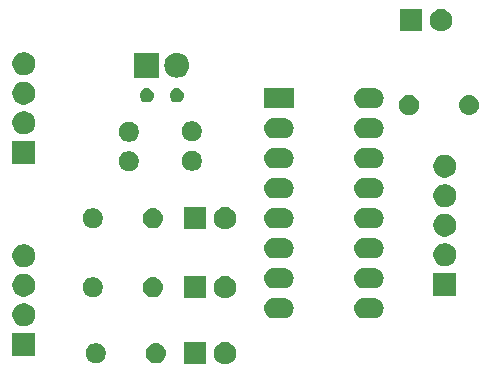
<source format=gbr>
G04 #@! TF.GenerationSoftware,KiCad,Pcbnew,5.0.1*
G04 #@! TF.CreationDate,2019-03-20T13:16:31+05:30*
G04 #@! TF.ProjectId,motor,6D6F746F722E6B696361645F70636200,rev?*
G04 #@! TF.SameCoordinates,Original*
G04 #@! TF.FileFunction,Soldermask,Bot*
G04 #@! TF.FilePolarity,Negative*
%FSLAX46Y46*%
G04 Gerber Fmt 4.6, Leading zero omitted, Abs format (unit mm)*
G04 Created by KiCad (PCBNEW 5.0.1) date Wed 20 Mar 2019 01:16:31 PM IST*
%MOMM*%
%LPD*%
G01*
G04 APERTURE LIST*
%ADD10C,0.100000*%
G04 APERTURE END LIST*
D10*
G36*
X105179396Y-111607546D02*
X105352466Y-111679234D01*
X105508230Y-111783312D01*
X105640688Y-111915770D01*
X105744766Y-112071534D01*
X105816454Y-112244604D01*
X105853000Y-112428333D01*
X105853000Y-112615667D01*
X105816454Y-112799396D01*
X105744766Y-112972466D01*
X105640688Y-113128230D01*
X105508230Y-113260688D01*
X105352466Y-113364766D01*
X105179396Y-113436454D01*
X104995667Y-113473000D01*
X104808333Y-113473000D01*
X104624604Y-113436454D01*
X104451534Y-113364766D01*
X104295770Y-113260688D01*
X104163312Y-113128230D01*
X104059234Y-112972466D01*
X103987546Y-112799396D01*
X103951000Y-112615667D01*
X103951000Y-112428333D01*
X103987546Y-112244604D01*
X104059234Y-112071534D01*
X104163312Y-111915770D01*
X104295770Y-111783312D01*
X104451534Y-111679234D01*
X104624604Y-111607546D01*
X104808333Y-111571000D01*
X104995667Y-111571000D01*
X105179396Y-111607546D01*
X105179396Y-111607546D01*
G37*
G36*
X103313000Y-113473000D02*
X101411000Y-113473000D01*
X101411000Y-111571000D01*
X103313000Y-111571000D01*
X103313000Y-113473000D01*
X103313000Y-113473000D01*
G37*
G36*
X99226821Y-111683313D02*
X99226824Y-111683314D01*
X99226825Y-111683314D01*
X99387239Y-111731975D01*
X99387241Y-111731976D01*
X99387244Y-111731977D01*
X99535078Y-111810995D01*
X99664659Y-111917341D01*
X99771005Y-112046922D01*
X99850023Y-112194756D01*
X99850024Y-112194759D01*
X99850025Y-112194761D01*
X99898686Y-112355175D01*
X99898687Y-112355179D01*
X99915117Y-112522000D01*
X99898687Y-112688821D01*
X99898686Y-112688824D01*
X99898686Y-112688825D01*
X99865145Y-112799396D01*
X99850023Y-112849244D01*
X99771005Y-112997078D01*
X99664659Y-113126659D01*
X99535078Y-113233005D01*
X99387244Y-113312023D01*
X99387241Y-113312024D01*
X99387239Y-113312025D01*
X99226825Y-113360686D01*
X99226824Y-113360686D01*
X99226821Y-113360687D01*
X99101804Y-113373000D01*
X99018196Y-113373000D01*
X98893179Y-113360687D01*
X98893176Y-113360686D01*
X98893175Y-113360686D01*
X98732761Y-113312025D01*
X98732759Y-113312024D01*
X98732756Y-113312023D01*
X98584922Y-113233005D01*
X98455341Y-113126659D01*
X98348995Y-112997078D01*
X98269977Y-112849244D01*
X98254856Y-112799396D01*
X98221314Y-112688825D01*
X98221314Y-112688824D01*
X98221313Y-112688821D01*
X98204883Y-112522000D01*
X98221313Y-112355179D01*
X98221314Y-112355175D01*
X98269975Y-112194761D01*
X98269976Y-112194759D01*
X98269977Y-112194756D01*
X98348995Y-112046922D01*
X98455341Y-111917341D01*
X98584922Y-111810995D01*
X98732756Y-111731977D01*
X98732759Y-111731976D01*
X98732761Y-111731975D01*
X98893175Y-111683314D01*
X98893176Y-111683314D01*
X98893179Y-111683313D01*
X99018196Y-111671000D01*
X99101804Y-111671000D01*
X99226821Y-111683313D01*
X99226821Y-111683313D01*
G37*
G36*
X94228228Y-111703703D02*
X94383100Y-111767853D01*
X94522481Y-111860985D01*
X94641015Y-111979519D01*
X94734147Y-112118900D01*
X94798297Y-112273772D01*
X94831000Y-112438184D01*
X94831000Y-112605816D01*
X94798297Y-112770228D01*
X94734147Y-112925100D01*
X94641015Y-113064481D01*
X94522481Y-113183015D01*
X94383100Y-113276147D01*
X94228228Y-113340297D01*
X94063816Y-113373000D01*
X93896184Y-113373000D01*
X93731772Y-113340297D01*
X93576900Y-113276147D01*
X93437519Y-113183015D01*
X93318985Y-113064481D01*
X93225853Y-112925100D01*
X93161703Y-112770228D01*
X93129000Y-112605816D01*
X93129000Y-112438184D01*
X93161703Y-112273772D01*
X93225853Y-112118900D01*
X93318985Y-111979519D01*
X93437519Y-111860985D01*
X93576900Y-111767853D01*
X93731772Y-111703703D01*
X93896184Y-111671000D01*
X94063816Y-111671000D01*
X94228228Y-111703703D01*
X94228228Y-111703703D01*
G37*
G36*
X88860000Y-112736000D02*
X86908000Y-112736000D01*
X86908000Y-110784000D01*
X88860000Y-110784000D01*
X88860000Y-112736000D01*
X88860000Y-112736000D01*
G37*
G36*
X88168686Y-108321507D02*
X88168688Y-108321508D01*
X88168689Y-108321508D01*
X88346309Y-108395080D01*
X88346310Y-108395081D01*
X88506166Y-108501894D01*
X88642106Y-108637834D01*
X88642108Y-108637837D01*
X88748920Y-108797691D01*
X88822492Y-108975311D01*
X88822493Y-108975314D01*
X88860000Y-109163871D01*
X88860000Y-109356128D01*
X88822492Y-109544689D01*
X88748920Y-109722309D01*
X88748919Y-109722310D01*
X88642106Y-109882166D01*
X88506166Y-110018106D01*
X88506163Y-110018108D01*
X88346309Y-110124920D01*
X88168689Y-110198492D01*
X88168688Y-110198492D01*
X88168686Y-110198493D01*
X87980129Y-110236000D01*
X87787871Y-110236000D01*
X87599314Y-110198493D01*
X87599312Y-110198492D01*
X87599311Y-110198492D01*
X87421691Y-110124920D01*
X87261837Y-110018108D01*
X87261834Y-110018106D01*
X87125894Y-109882166D01*
X87019081Y-109722310D01*
X87019080Y-109722309D01*
X86945508Y-109544689D01*
X86908000Y-109356128D01*
X86908000Y-109163871D01*
X86945507Y-108975314D01*
X86945508Y-108975311D01*
X87019080Y-108797691D01*
X87125892Y-108637837D01*
X87125894Y-108637834D01*
X87261834Y-108501894D01*
X87421690Y-108395081D01*
X87421691Y-108395080D01*
X87599311Y-108321508D01*
X87599312Y-108321508D01*
X87599314Y-108321507D01*
X87787871Y-108284000D01*
X87980129Y-108284000D01*
X88168686Y-108321507D01*
X88168686Y-108321507D01*
G37*
G36*
X110040821Y-107873313D02*
X110040824Y-107873314D01*
X110040825Y-107873314D01*
X110201239Y-107921975D01*
X110201241Y-107921976D01*
X110201244Y-107921977D01*
X110349078Y-108000995D01*
X110478659Y-108107341D01*
X110585005Y-108236922D01*
X110664023Y-108384756D01*
X110664024Y-108384759D01*
X110664025Y-108384761D01*
X110699556Y-108501892D01*
X110712687Y-108545179D01*
X110729117Y-108712000D01*
X110712687Y-108878821D01*
X110664023Y-109039244D01*
X110585005Y-109187078D01*
X110478659Y-109316659D01*
X110349078Y-109423005D01*
X110201244Y-109502023D01*
X110201241Y-109502024D01*
X110201239Y-109502025D01*
X110040825Y-109550686D01*
X110040824Y-109550686D01*
X110040821Y-109550687D01*
X109915804Y-109563000D01*
X109032196Y-109563000D01*
X108907179Y-109550687D01*
X108907176Y-109550686D01*
X108907175Y-109550686D01*
X108746761Y-109502025D01*
X108746759Y-109502024D01*
X108746756Y-109502023D01*
X108598922Y-109423005D01*
X108469341Y-109316659D01*
X108362995Y-109187078D01*
X108283977Y-109039244D01*
X108235313Y-108878821D01*
X108218883Y-108712000D01*
X108235313Y-108545179D01*
X108248444Y-108501892D01*
X108283975Y-108384761D01*
X108283976Y-108384759D01*
X108283977Y-108384756D01*
X108362995Y-108236922D01*
X108469341Y-108107341D01*
X108598922Y-108000995D01*
X108746756Y-107921977D01*
X108746759Y-107921976D01*
X108746761Y-107921975D01*
X108907175Y-107873314D01*
X108907176Y-107873314D01*
X108907179Y-107873313D01*
X109032196Y-107861000D01*
X109915804Y-107861000D01*
X110040821Y-107873313D01*
X110040821Y-107873313D01*
G37*
G36*
X117660821Y-107873313D02*
X117660824Y-107873314D01*
X117660825Y-107873314D01*
X117821239Y-107921975D01*
X117821241Y-107921976D01*
X117821244Y-107921977D01*
X117969078Y-108000995D01*
X118098659Y-108107341D01*
X118205005Y-108236922D01*
X118284023Y-108384756D01*
X118284024Y-108384759D01*
X118284025Y-108384761D01*
X118319556Y-108501892D01*
X118332687Y-108545179D01*
X118349117Y-108712000D01*
X118332687Y-108878821D01*
X118284023Y-109039244D01*
X118205005Y-109187078D01*
X118098659Y-109316659D01*
X117969078Y-109423005D01*
X117821244Y-109502023D01*
X117821241Y-109502024D01*
X117821239Y-109502025D01*
X117660825Y-109550686D01*
X117660824Y-109550686D01*
X117660821Y-109550687D01*
X117535804Y-109563000D01*
X116652196Y-109563000D01*
X116527179Y-109550687D01*
X116527176Y-109550686D01*
X116527175Y-109550686D01*
X116366761Y-109502025D01*
X116366759Y-109502024D01*
X116366756Y-109502023D01*
X116218922Y-109423005D01*
X116089341Y-109316659D01*
X115982995Y-109187078D01*
X115903977Y-109039244D01*
X115855313Y-108878821D01*
X115838883Y-108712000D01*
X115855313Y-108545179D01*
X115868444Y-108501892D01*
X115903975Y-108384761D01*
X115903976Y-108384759D01*
X115903977Y-108384756D01*
X115982995Y-108236922D01*
X116089341Y-108107341D01*
X116218922Y-108000995D01*
X116366756Y-107921977D01*
X116366759Y-107921976D01*
X116366761Y-107921975D01*
X116527175Y-107873314D01*
X116527176Y-107873314D01*
X116527179Y-107873313D01*
X116652196Y-107861000D01*
X117535804Y-107861000D01*
X117660821Y-107873313D01*
X117660821Y-107873313D01*
G37*
G36*
X105179396Y-106019546D02*
X105352466Y-106091234D01*
X105508230Y-106195312D01*
X105640688Y-106327770D01*
X105744766Y-106483534D01*
X105816454Y-106656604D01*
X105853000Y-106840333D01*
X105853000Y-107027667D01*
X105816454Y-107211396D01*
X105744766Y-107384466D01*
X105640688Y-107540230D01*
X105508230Y-107672688D01*
X105352466Y-107776766D01*
X105179396Y-107848454D01*
X104995667Y-107885000D01*
X104808333Y-107885000D01*
X104624604Y-107848454D01*
X104451534Y-107776766D01*
X104295770Y-107672688D01*
X104163312Y-107540230D01*
X104059234Y-107384466D01*
X103987546Y-107211396D01*
X103951000Y-107027667D01*
X103951000Y-106840333D01*
X103987546Y-106656604D01*
X104059234Y-106483534D01*
X104163312Y-106327770D01*
X104295770Y-106195312D01*
X104451534Y-106091234D01*
X104624604Y-106019546D01*
X104808333Y-105983000D01*
X104995667Y-105983000D01*
X105179396Y-106019546D01*
X105179396Y-106019546D01*
G37*
G36*
X103313000Y-107885000D02*
X101411000Y-107885000D01*
X101411000Y-105983000D01*
X103313000Y-105983000D01*
X103313000Y-107885000D01*
X103313000Y-107885000D01*
G37*
G36*
X93974228Y-106115703D02*
X94129100Y-106179853D01*
X94268481Y-106272985D01*
X94387015Y-106391519D01*
X94480147Y-106530900D01*
X94544297Y-106685772D01*
X94577000Y-106850184D01*
X94577000Y-107017816D01*
X94544297Y-107182228D01*
X94480147Y-107337100D01*
X94387015Y-107476481D01*
X94268481Y-107595015D01*
X94129100Y-107688147D01*
X93974228Y-107752297D01*
X93809816Y-107785000D01*
X93642184Y-107785000D01*
X93477772Y-107752297D01*
X93322900Y-107688147D01*
X93183519Y-107595015D01*
X93064985Y-107476481D01*
X92971853Y-107337100D01*
X92907703Y-107182228D01*
X92875000Y-107017816D01*
X92875000Y-106850184D01*
X92907703Y-106685772D01*
X92971853Y-106530900D01*
X93064985Y-106391519D01*
X93183519Y-106272985D01*
X93322900Y-106179853D01*
X93477772Y-106115703D01*
X93642184Y-106083000D01*
X93809816Y-106083000D01*
X93974228Y-106115703D01*
X93974228Y-106115703D01*
G37*
G36*
X98972821Y-106095313D02*
X98972824Y-106095314D01*
X98972825Y-106095314D01*
X99133239Y-106143975D01*
X99133241Y-106143976D01*
X99133244Y-106143977D01*
X99281078Y-106222995D01*
X99410659Y-106329341D01*
X99517005Y-106458922D01*
X99596023Y-106606756D01*
X99596024Y-106606759D01*
X99596025Y-106606761D01*
X99644686Y-106767175D01*
X99644687Y-106767179D01*
X99661117Y-106934000D01*
X99644687Y-107100821D01*
X99644686Y-107100824D01*
X99644686Y-107100825D01*
X99611145Y-107211396D01*
X99596023Y-107261244D01*
X99517005Y-107409078D01*
X99410659Y-107538659D01*
X99281078Y-107645005D01*
X99133244Y-107724023D01*
X99133241Y-107724024D01*
X99133239Y-107724025D01*
X98972825Y-107772686D01*
X98972824Y-107772686D01*
X98972821Y-107772687D01*
X98847804Y-107785000D01*
X98764196Y-107785000D01*
X98639179Y-107772687D01*
X98639176Y-107772686D01*
X98639175Y-107772686D01*
X98478761Y-107724025D01*
X98478759Y-107724024D01*
X98478756Y-107724023D01*
X98330922Y-107645005D01*
X98201341Y-107538659D01*
X98094995Y-107409078D01*
X98015977Y-107261244D01*
X98000856Y-107211396D01*
X97967314Y-107100825D01*
X97967314Y-107100824D01*
X97967313Y-107100821D01*
X97950883Y-106934000D01*
X97967313Y-106767179D01*
X97967314Y-106767175D01*
X98015975Y-106606761D01*
X98015976Y-106606759D01*
X98015977Y-106606756D01*
X98094995Y-106458922D01*
X98201341Y-106329341D01*
X98330922Y-106222995D01*
X98478756Y-106143977D01*
X98478759Y-106143976D01*
X98478761Y-106143975D01*
X98639175Y-106095314D01*
X98639176Y-106095314D01*
X98639179Y-106095313D01*
X98764196Y-106083000D01*
X98847804Y-106083000D01*
X98972821Y-106095313D01*
X98972821Y-106095313D01*
G37*
G36*
X88168686Y-105821507D02*
X88168688Y-105821508D01*
X88168689Y-105821508D01*
X88346309Y-105895080D01*
X88346310Y-105895081D01*
X88506166Y-106001894D01*
X88642106Y-106137834D01*
X88642108Y-106137837D01*
X88748920Y-106297691D01*
X88822492Y-106475311D01*
X88822493Y-106475314D01*
X88860000Y-106663871D01*
X88860000Y-106856129D01*
X88825879Y-107027665D01*
X88822492Y-107044689D01*
X88748920Y-107222309D01*
X88722904Y-107261244D01*
X88642106Y-107382166D01*
X88506166Y-107518106D01*
X88506163Y-107518108D01*
X88346309Y-107624920D01*
X88168689Y-107698492D01*
X88168688Y-107698492D01*
X88168686Y-107698493D01*
X87980129Y-107736000D01*
X87787871Y-107736000D01*
X87599314Y-107698493D01*
X87599312Y-107698492D01*
X87599311Y-107698492D01*
X87421691Y-107624920D01*
X87261837Y-107518108D01*
X87261834Y-107518106D01*
X87125894Y-107382166D01*
X87045096Y-107261244D01*
X87019080Y-107222309D01*
X86945508Y-107044689D01*
X86942122Y-107027665D01*
X86908000Y-106856129D01*
X86908000Y-106663871D01*
X86945507Y-106475314D01*
X86945508Y-106475311D01*
X87019080Y-106297691D01*
X87125892Y-106137837D01*
X87125894Y-106137834D01*
X87261834Y-106001894D01*
X87421690Y-105895081D01*
X87421691Y-105895080D01*
X87599311Y-105821508D01*
X87599312Y-105821508D01*
X87599314Y-105821507D01*
X87787871Y-105784000D01*
X87980129Y-105784000D01*
X88168686Y-105821507D01*
X88168686Y-105821507D01*
G37*
G36*
X124501000Y-107651000D02*
X122549000Y-107651000D01*
X122549000Y-105699000D01*
X124501000Y-105699000D01*
X124501000Y-107651000D01*
X124501000Y-107651000D01*
G37*
G36*
X110040821Y-105333313D02*
X110040824Y-105333314D01*
X110040825Y-105333314D01*
X110201239Y-105381975D01*
X110201241Y-105381976D01*
X110201244Y-105381977D01*
X110349078Y-105460995D01*
X110478659Y-105567341D01*
X110585005Y-105696922D01*
X110664023Y-105844756D01*
X110712687Y-106005179D01*
X110729117Y-106172000D01*
X110712687Y-106338821D01*
X110712686Y-106338824D01*
X110712686Y-106338825D01*
X110671283Y-106475314D01*
X110664023Y-106499244D01*
X110585005Y-106647078D01*
X110478659Y-106776659D01*
X110349078Y-106883005D01*
X110201244Y-106962023D01*
X110201241Y-106962024D01*
X110201239Y-106962025D01*
X110040825Y-107010686D01*
X110040824Y-107010686D01*
X110040821Y-107010687D01*
X109915804Y-107023000D01*
X109032196Y-107023000D01*
X108907179Y-107010687D01*
X108907176Y-107010686D01*
X108907175Y-107010686D01*
X108746761Y-106962025D01*
X108746759Y-106962024D01*
X108746756Y-106962023D01*
X108598922Y-106883005D01*
X108469341Y-106776659D01*
X108362995Y-106647078D01*
X108283977Y-106499244D01*
X108276718Y-106475314D01*
X108235314Y-106338825D01*
X108235314Y-106338824D01*
X108235313Y-106338821D01*
X108218883Y-106172000D01*
X108235313Y-106005179D01*
X108283977Y-105844756D01*
X108362995Y-105696922D01*
X108469341Y-105567341D01*
X108598922Y-105460995D01*
X108746756Y-105381977D01*
X108746759Y-105381976D01*
X108746761Y-105381975D01*
X108907175Y-105333314D01*
X108907176Y-105333314D01*
X108907179Y-105333313D01*
X109032196Y-105321000D01*
X109915804Y-105321000D01*
X110040821Y-105333313D01*
X110040821Y-105333313D01*
G37*
G36*
X117660821Y-105333313D02*
X117660824Y-105333314D01*
X117660825Y-105333314D01*
X117821239Y-105381975D01*
X117821241Y-105381976D01*
X117821244Y-105381977D01*
X117969078Y-105460995D01*
X118098659Y-105567341D01*
X118205005Y-105696922D01*
X118284023Y-105844756D01*
X118332687Y-106005179D01*
X118349117Y-106172000D01*
X118332687Y-106338821D01*
X118332686Y-106338824D01*
X118332686Y-106338825D01*
X118291283Y-106475314D01*
X118284023Y-106499244D01*
X118205005Y-106647078D01*
X118098659Y-106776659D01*
X117969078Y-106883005D01*
X117821244Y-106962023D01*
X117821241Y-106962024D01*
X117821239Y-106962025D01*
X117660825Y-107010686D01*
X117660824Y-107010686D01*
X117660821Y-107010687D01*
X117535804Y-107023000D01*
X116652196Y-107023000D01*
X116527179Y-107010687D01*
X116527176Y-107010686D01*
X116527175Y-107010686D01*
X116366761Y-106962025D01*
X116366759Y-106962024D01*
X116366756Y-106962023D01*
X116218922Y-106883005D01*
X116089341Y-106776659D01*
X115982995Y-106647078D01*
X115903977Y-106499244D01*
X115896718Y-106475314D01*
X115855314Y-106338825D01*
X115855314Y-106338824D01*
X115855313Y-106338821D01*
X115838883Y-106172000D01*
X115855313Y-106005179D01*
X115903977Y-105844756D01*
X115982995Y-105696922D01*
X116089341Y-105567341D01*
X116218922Y-105460995D01*
X116366756Y-105381977D01*
X116366759Y-105381976D01*
X116366761Y-105381975D01*
X116527175Y-105333314D01*
X116527176Y-105333314D01*
X116527179Y-105333313D01*
X116652196Y-105321000D01*
X117535804Y-105321000D01*
X117660821Y-105333313D01*
X117660821Y-105333313D01*
G37*
G36*
X88168686Y-103321507D02*
X88168688Y-103321508D01*
X88168689Y-103321508D01*
X88346309Y-103395080D01*
X88504002Y-103500448D01*
X88506166Y-103501894D01*
X88642106Y-103637834D01*
X88642108Y-103637837D01*
X88748920Y-103797691D01*
X88787284Y-103890311D01*
X88822493Y-103975314D01*
X88860000Y-104163871D01*
X88860000Y-104356129D01*
X88837213Y-104470687D01*
X88822492Y-104544689D01*
X88748920Y-104722309D01*
X88748919Y-104722310D01*
X88642106Y-104882166D01*
X88506166Y-105018106D01*
X88506163Y-105018108D01*
X88346309Y-105124920D01*
X88168689Y-105198492D01*
X88168688Y-105198492D01*
X88168686Y-105198493D01*
X87980129Y-105236000D01*
X87787871Y-105236000D01*
X87599314Y-105198493D01*
X87599312Y-105198492D01*
X87599311Y-105198492D01*
X87421691Y-105124920D01*
X87261837Y-105018108D01*
X87261834Y-105018106D01*
X87125894Y-104882166D01*
X87019081Y-104722310D01*
X87019080Y-104722309D01*
X86945508Y-104544689D01*
X86930788Y-104470687D01*
X86908000Y-104356129D01*
X86908000Y-104163871D01*
X86945507Y-103975314D01*
X86980716Y-103890311D01*
X87019080Y-103797691D01*
X87125892Y-103637837D01*
X87125894Y-103637834D01*
X87261834Y-103501894D01*
X87263998Y-103500448D01*
X87421691Y-103395080D01*
X87599311Y-103321508D01*
X87599312Y-103321508D01*
X87599314Y-103321507D01*
X87787871Y-103284000D01*
X87980129Y-103284000D01*
X88168686Y-103321507D01*
X88168686Y-103321507D01*
G37*
G36*
X123809686Y-103236507D02*
X123809688Y-103236508D01*
X123809689Y-103236508D01*
X123987309Y-103310080D01*
X124004412Y-103321508D01*
X124147166Y-103416894D01*
X124283106Y-103552834D01*
X124283108Y-103552837D01*
X124389920Y-103712691D01*
X124463492Y-103890311D01*
X124463493Y-103890314D01*
X124501000Y-104078871D01*
X124501000Y-104271129D01*
X124470985Y-104422023D01*
X124463492Y-104459689D01*
X124389920Y-104637309D01*
X124284552Y-104795002D01*
X124283106Y-104797166D01*
X124147166Y-104933106D01*
X124147163Y-104933108D01*
X123987309Y-105039920D01*
X123809689Y-105113492D01*
X123809688Y-105113492D01*
X123809686Y-105113493D01*
X123621129Y-105151000D01*
X123428871Y-105151000D01*
X123240314Y-105113493D01*
X123240312Y-105113492D01*
X123240311Y-105113492D01*
X123062691Y-105039920D01*
X122902837Y-104933108D01*
X122902834Y-104933106D01*
X122766894Y-104797166D01*
X122765448Y-104795002D01*
X122660080Y-104637309D01*
X122586508Y-104459689D01*
X122579016Y-104422023D01*
X122549000Y-104271129D01*
X122549000Y-104078871D01*
X122586507Y-103890314D01*
X122586508Y-103890311D01*
X122660080Y-103712691D01*
X122766892Y-103552837D01*
X122766894Y-103552834D01*
X122902834Y-103416894D01*
X123045588Y-103321508D01*
X123062691Y-103310080D01*
X123240311Y-103236508D01*
X123240312Y-103236508D01*
X123240314Y-103236507D01*
X123428871Y-103199000D01*
X123621129Y-103199000D01*
X123809686Y-103236507D01*
X123809686Y-103236507D01*
G37*
G36*
X117660821Y-102793313D02*
X117660824Y-102793314D01*
X117660825Y-102793314D01*
X117821239Y-102841975D01*
X117821241Y-102841976D01*
X117821244Y-102841977D01*
X117969078Y-102920995D01*
X118098659Y-103027341D01*
X118205005Y-103156922D01*
X118284023Y-103304756D01*
X118284024Y-103304759D01*
X118284025Y-103304761D01*
X118318040Y-103416894D01*
X118332687Y-103465179D01*
X118349117Y-103632000D01*
X118332687Y-103798821D01*
X118284023Y-103959244D01*
X118205005Y-104107078D01*
X118098659Y-104236659D01*
X117969078Y-104343005D01*
X117821244Y-104422023D01*
X117821241Y-104422024D01*
X117821239Y-104422025D01*
X117660825Y-104470686D01*
X117660824Y-104470686D01*
X117660821Y-104470687D01*
X117535804Y-104483000D01*
X116652196Y-104483000D01*
X116527179Y-104470687D01*
X116527176Y-104470686D01*
X116527175Y-104470686D01*
X116366761Y-104422025D01*
X116366759Y-104422024D01*
X116366756Y-104422023D01*
X116218922Y-104343005D01*
X116089341Y-104236659D01*
X115982995Y-104107078D01*
X115903977Y-103959244D01*
X115855313Y-103798821D01*
X115838883Y-103632000D01*
X115855313Y-103465179D01*
X115869960Y-103416894D01*
X115903975Y-103304761D01*
X115903976Y-103304759D01*
X115903977Y-103304756D01*
X115982995Y-103156922D01*
X116089341Y-103027341D01*
X116218922Y-102920995D01*
X116366756Y-102841977D01*
X116366759Y-102841976D01*
X116366761Y-102841975D01*
X116527175Y-102793314D01*
X116527176Y-102793314D01*
X116527179Y-102793313D01*
X116652196Y-102781000D01*
X117535804Y-102781000D01*
X117660821Y-102793313D01*
X117660821Y-102793313D01*
G37*
G36*
X110040821Y-102793313D02*
X110040824Y-102793314D01*
X110040825Y-102793314D01*
X110201239Y-102841975D01*
X110201241Y-102841976D01*
X110201244Y-102841977D01*
X110349078Y-102920995D01*
X110478659Y-103027341D01*
X110585005Y-103156922D01*
X110664023Y-103304756D01*
X110664024Y-103304759D01*
X110664025Y-103304761D01*
X110698040Y-103416894D01*
X110712687Y-103465179D01*
X110729117Y-103632000D01*
X110712687Y-103798821D01*
X110664023Y-103959244D01*
X110585005Y-104107078D01*
X110478659Y-104236659D01*
X110349078Y-104343005D01*
X110201244Y-104422023D01*
X110201241Y-104422024D01*
X110201239Y-104422025D01*
X110040825Y-104470686D01*
X110040824Y-104470686D01*
X110040821Y-104470687D01*
X109915804Y-104483000D01*
X109032196Y-104483000D01*
X108907179Y-104470687D01*
X108907176Y-104470686D01*
X108907175Y-104470686D01*
X108746761Y-104422025D01*
X108746759Y-104422024D01*
X108746756Y-104422023D01*
X108598922Y-104343005D01*
X108469341Y-104236659D01*
X108362995Y-104107078D01*
X108283977Y-103959244D01*
X108235313Y-103798821D01*
X108218883Y-103632000D01*
X108235313Y-103465179D01*
X108249960Y-103416894D01*
X108283975Y-103304761D01*
X108283976Y-103304759D01*
X108283977Y-103304756D01*
X108362995Y-103156922D01*
X108469341Y-103027341D01*
X108598922Y-102920995D01*
X108746756Y-102841977D01*
X108746759Y-102841976D01*
X108746761Y-102841975D01*
X108907175Y-102793314D01*
X108907176Y-102793314D01*
X108907179Y-102793313D01*
X109032196Y-102781000D01*
X109915804Y-102781000D01*
X110040821Y-102793313D01*
X110040821Y-102793313D01*
G37*
G36*
X123809686Y-100736507D02*
X123809688Y-100736508D01*
X123809689Y-100736508D01*
X123987309Y-100810080D01*
X124037732Y-100843772D01*
X124147166Y-100916894D01*
X124283106Y-101052834D01*
X124283108Y-101052837D01*
X124389920Y-101212691D01*
X124409029Y-101258825D01*
X124463493Y-101390314D01*
X124501000Y-101578871D01*
X124501000Y-101771129D01*
X124469262Y-101930686D01*
X124463492Y-101959689D01*
X124389920Y-102137309D01*
X124389919Y-102137310D01*
X124283106Y-102297166D01*
X124147166Y-102433106D01*
X124147163Y-102433108D01*
X123987309Y-102539920D01*
X123809689Y-102613492D01*
X123809688Y-102613492D01*
X123809686Y-102613493D01*
X123621129Y-102651000D01*
X123428871Y-102651000D01*
X123240314Y-102613493D01*
X123240312Y-102613492D01*
X123240311Y-102613492D01*
X123062691Y-102539920D01*
X122902837Y-102433108D01*
X122902834Y-102433106D01*
X122766894Y-102297166D01*
X122660081Y-102137310D01*
X122660080Y-102137309D01*
X122586508Y-101959689D01*
X122580739Y-101930686D01*
X122549000Y-101771129D01*
X122549000Y-101578871D01*
X122586507Y-101390314D01*
X122640971Y-101258825D01*
X122660080Y-101212691D01*
X122766892Y-101052837D01*
X122766894Y-101052834D01*
X122902834Y-100916894D01*
X123012268Y-100843772D01*
X123062691Y-100810080D01*
X123240311Y-100736508D01*
X123240312Y-100736508D01*
X123240314Y-100736507D01*
X123428871Y-100699000D01*
X123621129Y-100699000D01*
X123809686Y-100736507D01*
X123809686Y-100736507D01*
G37*
G36*
X103313000Y-102043000D02*
X101411000Y-102043000D01*
X101411000Y-100141000D01*
X103313000Y-100141000D01*
X103313000Y-102043000D01*
X103313000Y-102043000D01*
G37*
G36*
X105179396Y-100177546D02*
X105352466Y-100249234D01*
X105508230Y-100353312D01*
X105640688Y-100485770D01*
X105744766Y-100641534D01*
X105816454Y-100814604D01*
X105853000Y-100998333D01*
X105853000Y-101185667D01*
X105816454Y-101369396D01*
X105744766Y-101542466D01*
X105640688Y-101698230D01*
X105508230Y-101830688D01*
X105352466Y-101934766D01*
X105179396Y-102006454D01*
X104995667Y-102043000D01*
X104808333Y-102043000D01*
X104624604Y-102006454D01*
X104451534Y-101934766D01*
X104295770Y-101830688D01*
X104163312Y-101698230D01*
X104059234Y-101542466D01*
X103987546Y-101369396D01*
X103951000Y-101185667D01*
X103951000Y-100998333D01*
X103987546Y-100814604D01*
X104059234Y-100641534D01*
X104163312Y-100485770D01*
X104295770Y-100353312D01*
X104451534Y-100249234D01*
X104624604Y-100177546D01*
X104808333Y-100141000D01*
X104995667Y-100141000D01*
X105179396Y-100177546D01*
X105179396Y-100177546D01*
G37*
G36*
X117660821Y-100253313D02*
X117660824Y-100253314D01*
X117660825Y-100253314D01*
X117821239Y-100301975D01*
X117821241Y-100301976D01*
X117821244Y-100301977D01*
X117969078Y-100380995D01*
X118098659Y-100487341D01*
X118205005Y-100616922D01*
X118284023Y-100764756D01*
X118284024Y-100764759D01*
X118284025Y-100764761D01*
X118330173Y-100916892D01*
X118332687Y-100925179D01*
X118349117Y-101092000D01*
X118332687Y-101258821D01*
X118332686Y-101258824D01*
X118332686Y-101258825D01*
X118299145Y-101369396D01*
X118284023Y-101419244D01*
X118205005Y-101567078D01*
X118098659Y-101696659D01*
X117969078Y-101803005D01*
X117821244Y-101882023D01*
X117821241Y-101882024D01*
X117821239Y-101882025D01*
X117660825Y-101930686D01*
X117660824Y-101930686D01*
X117660821Y-101930687D01*
X117535804Y-101943000D01*
X116652196Y-101943000D01*
X116527179Y-101930687D01*
X116527176Y-101930686D01*
X116527175Y-101930686D01*
X116366761Y-101882025D01*
X116366759Y-101882024D01*
X116366756Y-101882023D01*
X116218922Y-101803005D01*
X116089341Y-101696659D01*
X115982995Y-101567078D01*
X115903977Y-101419244D01*
X115888856Y-101369396D01*
X115855314Y-101258825D01*
X115855314Y-101258824D01*
X115855313Y-101258821D01*
X115838883Y-101092000D01*
X115855313Y-100925179D01*
X115857827Y-100916892D01*
X115903975Y-100764761D01*
X115903976Y-100764759D01*
X115903977Y-100764756D01*
X115982995Y-100616922D01*
X116089341Y-100487341D01*
X116218922Y-100380995D01*
X116366756Y-100301977D01*
X116366759Y-100301976D01*
X116366761Y-100301975D01*
X116527175Y-100253314D01*
X116527176Y-100253314D01*
X116527179Y-100253313D01*
X116652196Y-100241000D01*
X117535804Y-100241000D01*
X117660821Y-100253313D01*
X117660821Y-100253313D01*
G37*
G36*
X110040821Y-100253313D02*
X110040824Y-100253314D01*
X110040825Y-100253314D01*
X110201239Y-100301975D01*
X110201241Y-100301976D01*
X110201244Y-100301977D01*
X110349078Y-100380995D01*
X110478659Y-100487341D01*
X110585005Y-100616922D01*
X110664023Y-100764756D01*
X110664024Y-100764759D01*
X110664025Y-100764761D01*
X110710173Y-100916892D01*
X110712687Y-100925179D01*
X110729117Y-101092000D01*
X110712687Y-101258821D01*
X110712686Y-101258824D01*
X110712686Y-101258825D01*
X110679145Y-101369396D01*
X110664023Y-101419244D01*
X110585005Y-101567078D01*
X110478659Y-101696659D01*
X110349078Y-101803005D01*
X110201244Y-101882023D01*
X110201241Y-101882024D01*
X110201239Y-101882025D01*
X110040825Y-101930686D01*
X110040824Y-101930686D01*
X110040821Y-101930687D01*
X109915804Y-101943000D01*
X109032196Y-101943000D01*
X108907179Y-101930687D01*
X108907176Y-101930686D01*
X108907175Y-101930686D01*
X108746761Y-101882025D01*
X108746759Y-101882024D01*
X108746756Y-101882023D01*
X108598922Y-101803005D01*
X108469341Y-101696659D01*
X108362995Y-101567078D01*
X108283977Y-101419244D01*
X108268856Y-101369396D01*
X108235314Y-101258825D01*
X108235314Y-101258824D01*
X108235313Y-101258821D01*
X108218883Y-101092000D01*
X108235313Y-100925179D01*
X108237827Y-100916892D01*
X108283975Y-100764761D01*
X108283976Y-100764759D01*
X108283977Y-100764756D01*
X108362995Y-100616922D01*
X108469341Y-100487341D01*
X108598922Y-100380995D01*
X108746756Y-100301977D01*
X108746759Y-100301976D01*
X108746761Y-100301975D01*
X108907175Y-100253314D01*
X108907176Y-100253314D01*
X108907179Y-100253313D01*
X109032196Y-100241000D01*
X109915804Y-100241000D01*
X110040821Y-100253313D01*
X110040821Y-100253313D01*
G37*
G36*
X93974228Y-100273703D02*
X94129100Y-100337853D01*
X94268481Y-100430985D01*
X94387015Y-100549519D01*
X94480147Y-100688900D01*
X94544297Y-100843772D01*
X94577000Y-101008184D01*
X94577000Y-101175816D01*
X94544297Y-101340228D01*
X94480147Y-101495100D01*
X94387015Y-101634481D01*
X94268481Y-101753015D01*
X94129100Y-101846147D01*
X93974228Y-101910297D01*
X93809816Y-101943000D01*
X93642184Y-101943000D01*
X93477772Y-101910297D01*
X93322900Y-101846147D01*
X93183519Y-101753015D01*
X93064985Y-101634481D01*
X92971853Y-101495100D01*
X92907703Y-101340228D01*
X92875000Y-101175816D01*
X92875000Y-101008184D01*
X92907703Y-100843772D01*
X92971853Y-100688900D01*
X93064985Y-100549519D01*
X93183519Y-100430985D01*
X93322900Y-100337853D01*
X93477772Y-100273703D01*
X93642184Y-100241000D01*
X93809816Y-100241000D01*
X93974228Y-100273703D01*
X93974228Y-100273703D01*
G37*
G36*
X98972821Y-100253313D02*
X98972824Y-100253314D01*
X98972825Y-100253314D01*
X99133239Y-100301975D01*
X99133241Y-100301976D01*
X99133244Y-100301977D01*
X99281078Y-100380995D01*
X99410659Y-100487341D01*
X99517005Y-100616922D01*
X99596023Y-100764756D01*
X99596024Y-100764759D01*
X99596025Y-100764761D01*
X99642173Y-100916892D01*
X99644687Y-100925179D01*
X99661117Y-101092000D01*
X99644687Y-101258821D01*
X99644686Y-101258824D01*
X99644686Y-101258825D01*
X99611145Y-101369396D01*
X99596023Y-101419244D01*
X99517005Y-101567078D01*
X99410659Y-101696659D01*
X99281078Y-101803005D01*
X99133244Y-101882023D01*
X99133241Y-101882024D01*
X99133239Y-101882025D01*
X98972825Y-101930686D01*
X98972824Y-101930686D01*
X98972821Y-101930687D01*
X98847804Y-101943000D01*
X98764196Y-101943000D01*
X98639179Y-101930687D01*
X98639176Y-101930686D01*
X98639175Y-101930686D01*
X98478761Y-101882025D01*
X98478759Y-101882024D01*
X98478756Y-101882023D01*
X98330922Y-101803005D01*
X98201341Y-101696659D01*
X98094995Y-101567078D01*
X98015977Y-101419244D01*
X98000856Y-101369396D01*
X97967314Y-101258825D01*
X97967314Y-101258824D01*
X97967313Y-101258821D01*
X97950883Y-101092000D01*
X97967313Y-100925179D01*
X97969827Y-100916892D01*
X98015975Y-100764761D01*
X98015976Y-100764759D01*
X98015977Y-100764756D01*
X98094995Y-100616922D01*
X98201341Y-100487341D01*
X98330922Y-100380995D01*
X98478756Y-100301977D01*
X98478759Y-100301976D01*
X98478761Y-100301975D01*
X98639175Y-100253314D01*
X98639176Y-100253314D01*
X98639179Y-100253313D01*
X98764196Y-100241000D01*
X98847804Y-100241000D01*
X98972821Y-100253313D01*
X98972821Y-100253313D01*
G37*
G36*
X123809686Y-98236507D02*
X123809688Y-98236508D01*
X123809689Y-98236508D01*
X123987309Y-98310080D01*
X124145002Y-98415448D01*
X124147166Y-98416894D01*
X124283106Y-98552834D01*
X124283108Y-98552837D01*
X124389920Y-98712691D01*
X124458906Y-98879239D01*
X124463493Y-98890314D01*
X124501000Y-99078871D01*
X124501000Y-99271129D01*
X124474769Y-99403000D01*
X124463492Y-99459689D01*
X124389920Y-99637309D01*
X124389919Y-99637310D01*
X124283106Y-99797166D01*
X124147166Y-99933106D01*
X124147163Y-99933108D01*
X123987309Y-100039920D01*
X123809689Y-100113492D01*
X123809688Y-100113492D01*
X123809686Y-100113493D01*
X123621129Y-100151000D01*
X123428871Y-100151000D01*
X123240314Y-100113493D01*
X123240312Y-100113492D01*
X123240311Y-100113492D01*
X123062691Y-100039920D01*
X122902837Y-99933108D01*
X122902834Y-99933106D01*
X122766894Y-99797166D01*
X122660081Y-99637310D01*
X122660080Y-99637309D01*
X122586508Y-99459689D01*
X122575232Y-99403000D01*
X122549000Y-99271129D01*
X122549000Y-99078871D01*
X122586507Y-98890314D01*
X122591094Y-98879239D01*
X122660080Y-98712691D01*
X122766892Y-98552837D01*
X122766894Y-98552834D01*
X122902834Y-98416894D01*
X122904998Y-98415448D01*
X123062691Y-98310080D01*
X123240311Y-98236508D01*
X123240312Y-98236508D01*
X123240314Y-98236507D01*
X123428871Y-98199000D01*
X123621129Y-98199000D01*
X123809686Y-98236507D01*
X123809686Y-98236507D01*
G37*
G36*
X117660821Y-97713313D02*
X117660824Y-97713314D01*
X117660825Y-97713314D01*
X117821239Y-97761975D01*
X117821241Y-97761976D01*
X117821244Y-97761977D01*
X117969078Y-97840995D01*
X118098659Y-97947341D01*
X118205005Y-98076922D01*
X118284023Y-98224756D01*
X118284024Y-98224759D01*
X118284025Y-98224761D01*
X118332686Y-98385175D01*
X118332687Y-98385179D01*
X118349117Y-98552000D01*
X118332687Y-98718821D01*
X118284023Y-98879244D01*
X118205005Y-99027078D01*
X118098659Y-99156659D01*
X117969078Y-99263005D01*
X117821244Y-99342023D01*
X117821241Y-99342024D01*
X117821239Y-99342025D01*
X117660825Y-99390686D01*
X117660824Y-99390686D01*
X117660821Y-99390687D01*
X117535804Y-99403000D01*
X116652196Y-99403000D01*
X116527179Y-99390687D01*
X116527176Y-99390686D01*
X116527175Y-99390686D01*
X116366761Y-99342025D01*
X116366759Y-99342024D01*
X116366756Y-99342023D01*
X116218922Y-99263005D01*
X116089341Y-99156659D01*
X115982995Y-99027078D01*
X115903977Y-98879244D01*
X115855313Y-98718821D01*
X115838883Y-98552000D01*
X115855313Y-98385179D01*
X115855314Y-98385175D01*
X115903975Y-98224761D01*
X115903976Y-98224759D01*
X115903977Y-98224756D01*
X115982995Y-98076922D01*
X116089341Y-97947341D01*
X116218922Y-97840995D01*
X116366756Y-97761977D01*
X116366759Y-97761976D01*
X116366761Y-97761975D01*
X116527175Y-97713314D01*
X116527176Y-97713314D01*
X116527179Y-97713313D01*
X116652196Y-97701000D01*
X117535804Y-97701000D01*
X117660821Y-97713313D01*
X117660821Y-97713313D01*
G37*
G36*
X110040821Y-97713313D02*
X110040824Y-97713314D01*
X110040825Y-97713314D01*
X110201239Y-97761975D01*
X110201241Y-97761976D01*
X110201244Y-97761977D01*
X110349078Y-97840995D01*
X110478659Y-97947341D01*
X110585005Y-98076922D01*
X110664023Y-98224756D01*
X110664024Y-98224759D01*
X110664025Y-98224761D01*
X110712686Y-98385175D01*
X110712687Y-98385179D01*
X110729117Y-98552000D01*
X110712687Y-98718821D01*
X110664023Y-98879244D01*
X110585005Y-99027078D01*
X110478659Y-99156659D01*
X110349078Y-99263005D01*
X110201244Y-99342023D01*
X110201241Y-99342024D01*
X110201239Y-99342025D01*
X110040825Y-99390686D01*
X110040824Y-99390686D01*
X110040821Y-99390687D01*
X109915804Y-99403000D01*
X109032196Y-99403000D01*
X108907179Y-99390687D01*
X108907176Y-99390686D01*
X108907175Y-99390686D01*
X108746761Y-99342025D01*
X108746759Y-99342024D01*
X108746756Y-99342023D01*
X108598922Y-99263005D01*
X108469341Y-99156659D01*
X108362995Y-99027078D01*
X108283977Y-98879244D01*
X108235313Y-98718821D01*
X108218883Y-98552000D01*
X108235313Y-98385179D01*
X108235314Y-98385175D01*
X108283975Y-98224761D01*
X108283976Y-98224759D01*
X108283977Y-98224756D01*
X108362995Y-98076922D01*
X108469341Y-97947341D01*
X108598922Y-97840995D01*
X108746756Y-97761977D01*
X108746759Y-97761976D01*
X108746761Y-97761975D01*
X108907175Y-97713314D01*
X108907176Y-97713314D01*
X108907179Y-97713313D01*
X109032196Y-97701000D01*
X109915804Y-97701000D01*
X110040821Y-97713313D01*
X110040821Y-97713313D01*
G37*
G36*
X123809686Y-95736507D02*
X123809688Y-95736508D01*
X123809689Y-95736508D01*
X123987309Y-95810080D01*
X123987310Y-95810081D01*
X124147166Y-95916894D01*
X124283106Y-96052834D01*
X124283108Y-96052837D01*
X124389920Y-96212691D01*
X124463492Y-96390311D01*
X124463493Y-96390314D01*
X124501000Y-96578871D01*
X124501000Y-96771129D01*
X124469992Y-96927015D01*
X124463492Y-96959689D01*
X124389920Y-97137309D01*
X124389919Y-97137310D01*
X124283106Y-97297166D01*
X124147166Y-97433106D01*
X124147163Y-97433108D01*
X123987309Y-97539920D01*
X123809689Y-97613492D01*
X123809688Y-97613492D01*
X123809686Y-97613493D01*
X123621129Y-97651000D01*
X123428871Y-97651000D01*
X123240314Y-97613493D01*
X123240312Y-97613492D01*
X123240311Y-97613492D01*
X123062691Y-97539920D01*
X122902837Y-97433108D01*
X122902834Y-97433106D01*
X122766894Y-97297166D01*
X122660081Y-97137310D01*
X122660080Y-97137309D01*
X122586508Y-96959689D01*
X122580009Y-96927015D01*
X122549000Y-96771129D01*
X122549000Y-96578871D01*
X122586507Y-96390314D01*
X122586508Y-96390311D01*
X122660080Y-96212691D01*
X122766892Y-96052837D01*
X122766894Y-96052834D01*
X122902834Y-95916894D01*
X123062690Y-95810081D01*
X123062691Y-95810080D01*
X123240311Y-95736508D01*
X123240312Y-95736508D01*
X123240314Y-95736507D01*
X123428871Y-95699000D01*
X123621129Y-95699000D01*
X123809686Y-95736507D01*
X123809686Y-95736507D01*
G37*
G36*
X97022228Y-95447703D02*
X97177100Y-95511853D01*
X97316481Y-95604985D01*
X97435015Y-95723519D01*
X97528147Y-95862900D01*
X97592297Y-96017772D01*
X97625000Y-96182184D01*
X97625000Y-96349816D01*
X97592297Y-96514228D01*
X97528147Y-96669100D01*
X97435015Y-96808481D01*
X97316481Y-96927015D01*
X97177100Y-97020147D01*
X97022228Y-97084297D01*
X96857816Y-97117000D01*
X96690184Y-97117000D01*
X96525772Y-97084297D01*
X96370900Y-97020147D01*
X96231519Y-96927015D01*
X96112985Y-96808481D01*
X96019853Y-96669100D01*
X95955703Y-96514228D01*
X95923000Y-96349816D01*
X95923000Y-96182184D01*
X95955703Y-96017772D01*
X96019853Y-95862900D01*
X96112985Y-95723519D01*
X96231519Y-95604985D01*
X96370900Y-95511853D01*
X96525772Y-95447703D01*
X96690184Y-95415000D01*
X96857816Y-95415000D01*
X97022228Y-95447703D01*
X97022228Y-95447703D01*
G37*
G36*
X102356228Y-95407703D02*
X102511100Y-95471853D01*
X102650481Y-95564985D01*
X102769015Y-95683519D01*
X102862147Y-95822900D01*
X102926297Y-95977772D01*
X102959000Y-96142184D01*
X102959000Y-96309816D01*
X102926297Y-96474228D01*
X102862147Y-96629100D01*
X102769015Y-96768481D01*
X102650481Y-96887015D01*
X102511100Y-96980147D01*
X102356228Y-97044297D01*
X102191816Y-97077000D01*
X102024184Y-97077000D01*
X101859772Y-97044297D01*
X101704900Y-96980147D01*
X101565519Y-96887015D01*
X101446985Y-96768481D01*
X101353853Y-96629100D01*
X101289703Y-96474228D01*
X101257000Y-96309816D01*
X101257000Y-96142184D01*
X101289703Y-95977772D01*
X101353853Y-95822900D01*
X101446985Y-95683519D01*
X101565519Y-95564985D01*
X101704900Y-95471853D01*
X101859772Y-95407703D01*
X102024184Y-95375000D01*
X102191816Y-95375000D01*
X102356228Y-95407703D01*
X102356228Y-95407703D01*
G37*
G36*
X110040821Y-95173313D02*
X110040824Y-95173314D01*
X110040825Y-95173314D01*
X110201239Y-95221975D01*
X110201241Y-95221976D01*
X110201244Y-95221977D01*
X110349078Y-95300995D01*
X110478659Y-95407341D01*
X110585005Y-95536922D01*
X110664023Y-95684756D01*
X110712687Y-95845179D01*
X110729117Y-96012000D01*
X110712687Y-96178821D01*
X110664023Y-96339244D01*
X110585005Y-96487078D01*
X110478659Y-96616659D01*
X110349078Y-96723005D01*
X110201244Y-96802023D01*
X110201241Y-96802024D01*
X110201239Y-96802025D01*
X110040825Y-96850686D01*
X110040824Y-96850686D01*
X110040821Y-96850687D01*
X109915804Y-96863000D01*
X109032196Y-96863000D01*
X108907179Y-96850687D01*
X108907176Y-96850686D01*
X108907175Y-96850686D01*
X108746761Y-96802025D01*
X108746759Y-96802024D01*
X108746756Y-96802023D01*
X108598922Y-96723005D01*
X108469341Y-96616659D01*
X108362995Y-96487078D01*
X108283977Y-96339244D01*
X108235313Y-96178821D01*
X108218883Y-96012000D01*
X108235313Y-95845179D01*
X108283977Y-95684756D01*
X108362995Y-95536922D01*
X108469341Y-95407341D01*
X108598922Y-95300995D01*
X108746756Y-95221977D01*
X108746759Y-95221976D01*
X108746761Y-95221975D01*
X108907175Y-95173314D01*
X108907176Y-95173314D01*
X108907179Y-95173313D01*
X109032196Y-95161000D01*
X109915804Y-95161000D01*
X110040821Y-95173313D01*
X110040821Y-95173313D01*
G37*
G36*
X117660821Y-95173313D02*
X117660824Y-95173314D01*
X117660825Y-95173314D01*
X117821239Y-95221975D01*
X117821241Y-95221976D01*
X117821244Y-95221977D01*
X117969078Y-95300995D01*
X118098659Y-95407341D01*
X118205005Y-95536922D01*
X118284023Y-95684756D01*
X118332687Y-95845179D01*
X118349117Y-96012000D01*
X118332687Y-96178821D01*
X118284023Y-96339244D01*
X118205005Y-96487078D01*
X118098659Y-96616659D01*
X117969078Y-96723005D01*
X117821244Y-96802023D01*
X117821241Y-96802024D01*
X117821239Y-96802025D01*
X117660825Y-96850686D01*
X117660824Y-96850686D01*
X117660821Y-96850687D01*
X117535804Y-96863000D01*
X116652196Y-96863000D01*
X116527179Y-96850687D01*
X116527176Y-96850686D01*
X116527175Y-96850686D01*
X116366761Y-96802025D01*
X116366759Y-96802024D01*
X116366756Y-96802023D01*
X116218922Y-96723005D01*
X116089341Y-96616659D01*
X115982995Y-96487078D01*
X115903977Y-96339244D01*
X115855313Y-96178821D01*
X115838883Y-96012000D01*
X115855313Y-95845179D01*
X115903977Y-95684756D01*
X115982995Y-95536922D01*
X116089341Y-95407341D01*
X116218922Y-95300995D01*
X116366756Y-95221977D01*
X116366759Y-95221976D01*
X116366761Y-95221975D01*
X116527175Y-95173314D01*
X116527176Y-95173314D01*
X116527179Y-95173313D01*
X116652196Y-95161000D01*
X117535804Y-95161000D01*
X117660821Y-95173313D01*
X117660821Y-95173313D01*
G37*
G36*
X88860000Y-96480000D02*
X86908000Y-96480000D01*
X86908000Y-94528000D01*
X88860000Y-94528000D01*
X88860000Y-96480000D01*
X88860000Y-96480000D01*
G37*
G36*
X97022228Y-92947703D02*
X97177100Y-93011853D01*
X97316481Y-93104985D01*
X97435015Y-93223519D01*
X97528147Y-93362900D01*
X97592297Y-93517772D01*
X97625000Y-93682184D01*
X97625000Y-93849816D01*
X97592297Y-94014228D01*
X97528147Y-94169100D01*
X97435015Y-94308481D01*
X97316481Y-94427015D01*
X97177100Y-94520147D01*
X97022228Y-94584297D01*
X96857816Y-94617000D01*
X96690184Y-94617000D01*
X96525772Y-94584297D01*
X96370900Y-94520147D01*
X96231519Y-94427015D01*
X96112985Y-94308481D01*
X96019853Y-94169100D01*
X95955703Y-94014228D01*
X95923000Y-93849816D01*
X95923000Y-93682184D01*
X95955703Y-93517772D01*
X96019853Y-93362900D01*
X96112985Y-93223519D01*
X96231519Y-93104985D01*
X96370900Y-93011853D01*
X96525772Y-92947703D01*
X96690184Y-92915000D01*
X96857816Y-92915000D01*
X97022228Y-92947703D01*
X97022228Y-92947703D01*
G37*
G36*
X102356228Y-92907703D02*
X102511100Y-92971853D01*
X102650481Y-93064985D01*
X102769015Y-93183519D01*
X102862147Y-93322900D01*
X102926297Y-93477772D01*
X102959000Y-93642184D01*
X102959000Y-93809816D01*
X102926297Y-93974228D01*
X102862147Y-94129100D01*
X102769015Y-94268481D01*
X102650481Y-94387015D01*
X102511100Y-94480147D01*
X102356228Y-94544297D01*
X102191816Y-94577000D01*
X102024184Y-94577000D01*
X101859772Y-94544297D01*
X101704900Y-94480147D01*
X101565519Y-94387015D01*
X101446985Y-94268481D01*
X101353853Y-94129100D01*
X101289703Y-93974228D01*
X101257000Y-93809816D01*
X101257000Y-93642184D01*
X101289703Y-93477772D01*
X101353853Y-93322900D01*
X101446985Y-93183519D01*
X101565519Y-93064985D01*
X101704900Y-92971853D01*
X101859772Y-92907703D01*
X102024184Y-92875000D01*
X102191816Y-92875000D01*
X102356228Y-92907703D01*
X102356228Y-92907703D01*
G37*
G36*
X117660821Y-92633313D02*
X117660824Y-92633314D01*
X117660825Y-92633314D01*
X117821239Y-92681975D01*
X117821241Y-92681976D01*
X117821244Y-92681977D01*
X117969078Y-92760995D01*
X118098659Y-92867341D01*
X118205005Y-92996922D01*
X118284023Y-93144756D01*
X118332687Y-93305179D01*
X118349117Y-93472000D01*
X118332687Y-93638821D01*
X118332686Y-93638824D01*
X118332686Y-93638825D01*
X118295289Y-93762108D01*
X118284023Y-93799244D01*
X118205005Y-93947078D01*
X118098659Y-94076659D01*
X117969078Y-94183005D01*
X117821244Y-94262023D01*
X117821241Y-94262024D01*
X117821239Y-94262025D01*
X117660825Y-94310686D01*
X117660824Y-94310686D01*
X117660821Y-94310687D01*
X117535804Y-94323000D01*
X116652196Y-94323000D01*
X116527179Y-94310687D01*
X116527176Y-94310686D01*
X116527175Y-94310686D01*
X116366761Y-94262025D01*
X116366759Y-94262024D01*
X116366756Y-94262023D01*
X116218922Y-94183005D01*
X116089341Y-94076659D01*
X115982995Y-93947078D01*
X115903977Y-93799244D01*
X115892712Y-93762108D01*
X115855314Y-93638825D01*
X115855314Y-93638824D01*
X115855313Y-93638821D01*
X115838883Y-93472000D01*
X115855313Y-93305179D01*
X115903977Y-93144756D01*
X115982995Y-92996922D01*
X116089341Y-92867341D01*
X116218922Y-92760995D01*
X116366756Y-92681977D01*
X116366759Y-92681976D01*
X116366761Y-92681975D01*
X116527175Y-92633314D01*
X116527176Y-92633314D01*
X116527179Y-92633313D01*
X116652196Y-92621000D01*
X117535804Y-92621000D01*
X117660821Y-92633313D01*
X117660821Y-92633313D01*
G37*
G36*
X110040821Y-92633313D02*
X110040824Y-92633314D01*
X110040825Y-92633314D01*
X110201239Y-92681975D01*
X110201241Y-92681976D01*
X110201244Y-92681977D01*
X110349078Y-92760995D01*
X110478659Y-92867341D01*
X110585005Y-92996922D01*
X110664023Y-93144756D01*
X110712687Y-93305179D01*
X110729117Y-93472000D01*
X110712687Y-93638821D01*
X110712686Y-93638824D01*
X110712686Y-93638825D01*
X110675289Y-93762108D01*
X110664023Y-93799244D01*
X110585005Y-93947078D01*
X110478659Y-94076659D01*
X110349078Y-94183005D01*
X110201244Y-94262023D01*
X110201241Y-94262024D01*
X110201239Y-94262025D01*
X110040825Y-94310686D01*
X110040824Y-94310686D01*
X110040821Y-94310687D01*
X109915804Y-94323000D01*
X109032196Y-94323000D01*
X108907179Y-94310687D01*
X108907176Y-94310686D01*
X108907175Y-94310686D01*
X108746761Y-94262025D01*
X108746759Y-94262024D01*
X108746756Y-94262023D01*
X108598922Y-94183005D01*
X108469341Y-94076659D01*
X108362995Y-93947078D01*
X108283977Y-93799244D01*
X108272712Y-93762108D01*
X108235314Y-93638825D01*
X108235314Y-93638824D01*
X108235313Y-93638821D01*
X108218883Y-93472000D01*
X108235313Y-93305179D01*
X108283977Y-93144756D01*
X108362995Y-92996922D01*
X108469341Y-92867341D01*
X108598922Y-92760995D01*
X108746756Y-92681977D01*
X108746759Y-92681976D01*
X108746761Y-92681975D01*
X108907175Y-92633314D01*
X108907176Y-92633314D01*
X108907179Y-92633313D01*
X109032196Y-92621000D01*
X109915804Y-92621000D01*
X110040821Y-92633313D01*
X110040821Y-92633313D01*
G37*
G36*
X88168686Y-92065507D02*
X88168688Y-92065508D01*
X88168689Y-92065508D01*
X88346309Y-92139080D01*
X88453950Y-92211004D01*
X88506166Y-92245894D01*
X88642106Y-92381834D01*
X88642108Y-92381837D01*
X88748920Y-92541691D01*
X88786871Y-92633314D01*
X88822493Y-92719314D01*
X88860000Y-92907871D01*
X88860000Y-93100129D01*
X88835456Y-93223519D01*
X88822492Y-93288689D01*
X88748920Y-93466309D01*
X88714533Y-93517772D01*
X88642106Y-93626166D01*
X88506166Y-93762106D01*
X88506163Y-93762108D01*
X88346309Y-93868920D01*
X88168689Y-93942492D01*
X88168688Y-93942492D01*
X88168686Y-93942493D01*
X87980129Y-93980000D01*
X87787871Y-93980000D01*
X87599314Y-93942493D01*
X87599312Y-93942492D01*
X87599311Y-93942492D01*
X87421691Y-93868920D01*
X87261837Y-93762108D01*
X87261834Y-93762106D01*
X87125894Y-93626166D01*
X87053467Y-93517772D01*
X87019080Y-93466309D01*
X86945508Y-93288689D01*
X86932545Y-93223519D01*
X86908000Y-93100129D01*
X86908000Y-92907871D01*
X86945507Y-92719314D01*
X86981129Y-92633314D01*
X87019080Y-92541691D01*
X87125892Y-92381837D01*
X87125894Y-92381834D01*
X87261834Y-92245894D01*
X87314050Y-92211004D01*
X87421691Y-92139080D01*
X87599311Y-92065508D01*
X87599312Y-92065508D01*
X87599314Y-92065507D01*
X87787871Y-92028000D01*
X87980129Y-92028000D01*
X88168686Y-92065507D01*
X88168686Y-92065507D01*
G37*
G36*
X125746821Y-90661313D02*
X125746824Y-90661314D01*
X125746825Y-90661314D01*
X125907239Y-90709975D01*
X125907241Y-90709976D01*
X125907244Y-90709977D01*
X126055078Y-90788995D01*
X126184659Y-90895341D01*
X126291005Y-91024922D01*
X126370023Y-91172756D01*
X126370024Y-91172759D01*
X126370025Y-91172761D01*
X126396259Y-91259244D01*
X126418687Y-91333179D01*
X126435117Y-91500000D01*
X126418687Y-91666821D01*
X126418686Y-91666824D01*
X126418686Y-91666825D01*
X126383445Y-91783000D01*
X126370023Y-91827244D01*
X126291005Y-91975078D01*
X126184659Y-92104659D01*
X126055078Y-92211005D01*
X125907244Y-92290023D01*
X125907241Y-92290024D01*
X125907239Y-92290025D01*
X125746825Y-92338686D01*
X125746824Y-92338686D01*
X125746821Y-92338687D01*
X125621804Y-92351000D01*
X125538196Y-92351000D01*
X125413179Y-92338687D01*
X125413176Y-92338686D01*
X125413175Y-92338686D01*
X125252761Y-92290025D01*
X125252759Y-92290024D01*
X125252756Y-92290023D01*
X125104922Y-92211005D01*
X124975341Y-92104659D01*
X124868995Y-91975078D01*
X124789977Y-91827244D01*
X124776556Y-91783000D01*
X124741314Y-91666825D01*
X124741314Y-91666824D01*
X124741313Y-91666821D01*
X124724883Y-91500000D01*
X124741313Y-91333179D01*
X124763741Y-91259244D01*
X124789975Y-91172761D01*
X124789976Y-91172759D01*
X124789977Y-91172756D01*
X124868995Y-91024922D01*
X124975341Y-90895341D01*
X125104922Y-90788995D01*
X125252756Y-90709977D01*
X125252759Y-90709976D01*
X125252761Y-90709975D01*
X125413175Y-90661314D01*
X125413176Y-90661314D01*
X125413179Y-90661313D01*
X125538196Y-90649000D01*
X125621804Y-90649000D01*
X125746821Y-90661313D01*
X125746821Y-90661313D01*
G37*
G36*
X120748228Y-90681703D02*
X120903100Y-90745853D01*
X121042481Y-90838985D01*
X121161015Y-90957519D01*
X121254147Y-91096900D01*
X121318297Y-91251772D01*
X121351000Y-91416184D01*
X121351000Y-91583816D01*
X121318297Y-91748228D01*
X121254147Y-91903100D01*
X121161015Y-92042481D01*
X121042481Y-92161015D01*
X120903100Y-92254147D01*
X120748228Y-92318297D01*
X120583816Y-92351000D01*
X120416184Y-92351000D01*
X120251772Y-92318297D01*
X120096900Y-92254147D01*
X119957519Y-92161015D01*
X119838985Y-92042481D01*
X119745853Y-91903100D01*
X119681703Y-91748228D01*
X119649000Y-91583816D01*
X119649000Y-91416184D01*
X119681703Y-91251772D01*
X119745853Y-91096900D01*
X119838985Y-90957519D01*
X119957519Y-90838985D01*
X120096900Y-90745853D01*
X120251772Y-90681703D01*
X120416184Y-90649000D01*
X120583816Y-90649000D01*
X120748228Y-90681703D01*
X120748228Y-90681703D01*
G37*
G36*
X117660821Y-90093313D02*
X117660824Y-90093314D01*
X117660825Y-90093314D01*
X117821239Y-90141975D01*
X117821241Y-90141976D01*
X117821244Y-90141977D01*
X117969078Y-90220995D01*
X118098659Y-90327341D01*
X118205005Y-90456922D01*
X118284023Y-90604756D01*
X118284024Y-90604759D01*
X118284025Y-90604761D01*
X118326825Y-90745854D01*
X118332687Y-90765179D01*
X118349117Y-90932000D01*
X118332687Y-91098821D01*
X118332686Y-91098824D01*
X118332686Y-91098825D01*
X118285037Y-91255904D01*
X118284023Y-91259244D01*
X118205005Y-91407078D01*
X118098659Y-91536659D01*
X117969078Y-91643005D01*
X117821244Y-91722023D01*
X117821241Y-91722024D01*
X117821239Y-91722025D01*
X117660825Y-91770686D01*
X117660824Y-91770686D01*
X117660821Y-91770687D01*
X117535804Y-91783000D01*
X116652196Y-91783000D01*
X116527179Y-91770687D01*
X116527176Y-91770686D01*
X116527175Y-91770686D01*
X116366761Y-91722025D01*
X116366759Y-91722024D01*
X116366756Y-91722023D01*
X116218922Y-91643005D01*
X116089341Y-91536659D01*
X115982995Y-91407078D01*
X115903977Y-91259244D01*
X115902964Y-91255904D01*
X115855314Y-91098825D01*
X115855314Y-91098824D01*
X115855313Y-91098821D01*
X115838883Y-90932000D01*
X115855313Y-90765179D01*
X115861175Y-90745854D01*
X115903975Y-90604761D01*
X115903976Y-90604759D01*
X115903977Y-90604756D01*
X115982995Y-90456922D01*
X116089341Y-90327341D01*
X116218922Y-90220995D01*
X116366756Y-90141977D01*
X116366759Y-90141976D01*
X116366761Y-90141975D01*
X116527175Y-90093314D01*
X116527176Y-90093314D01*
X116527179Y-90093313D01*
X116652196Y-90081000D01*
X117535804Y-90081000D01*
X117660821Y-90093313D01*
X117660821Y-90093313D01*
G37*
G36*
X110725000Y-91783000D02*
X108223000Y-91783000D01*
X108223000Y-90081000D01*
X110725000Y-90081000D01*
X110725000Y-91783000D01*
X110725000Y-91783000D01*
G37*
G36*
X88168686Y-89565507D02*
X88168688Y-89565508D01*
X88168689Y-89565508D01*
X88346309Y-89639080D01*
X88346310Y-89639081D01*
X88506166Y-89745894D01*
X88642106Y-89881834D01*
X88642108Y-89881837D01*
X88748920Y-90041691D01*
X88819121Y-90211173D01*
X88822493Y-90219314D01*
X88860000Y-90407871D01*
X88860000Y-90600129D01*
X88827170Y-90765175D01*
X88822492Y-90788689D01*
X88748920Y-90966309D01*
X88660375Y-91098825D01*
X88642106Y-91126166D01*
X88506166Y-91262106D01*
X88506163Y-91262108D01*
X88346309Y-91368920D01*
X88168689Y-91442492D01*
X88168688Y-91442492D01*
X88168686Y-91442493D01*
X87980129Y-91480000D01*
X87787871Y-91480000D01*
X87599314Y-91442493D01*
X87599312Y-91442492D01*
X87599311Y-91442492D01*
X87421691Y-91368920D01*
X87261837Y-91262108D01*
X87261834Y-91262106D01*
X87125894Y-91126166D01*
X87107625Y-91098825D01*
X87019080Y-90966309D01*
X86945508Y-90788689D01*
X86940831Y-90765175D01*
X86908000Y-90600129D01*
X86908000Y-90407871D01*
X86945507Y-90219314D01*
X86948879Y-90211173D01*
X87019080Y-90041691D01*
X87125892Y-89881837D01*
X87125894Y-89881834D01*
X87261834Y-89745894D01*
X87421690Y-89639081D01*
X87421691Y-89639080D01*
X87599311Y-89565508D01*
X87599312Y-89565508D01*
X87599314Y-89565507D01*
X87787871Y-89528000D01*
X87980129Y-89528000D01*
X88168686Y-89565507D01*
X88168686Y-89565507D01*
G37*
G36*
X101013305Y-90100096D02*
X101122680Y-90145400D01*
X101221118Y-90211175D01*
X101304825Y-90294882D01*
X101370600Y-90393320D01*
X101415904Y-90502695D01*
X101439000Y-90618806D01*
X101439000Y-90737194D01*
X101415904Y-90853305D01*
X101370600Y-90962680D01*
X101304825Y-91061118D01*
X101221118Y-91144825D01*
X101122680Y-91210600D01*
X101013305Y-91255904D01*
X100897194Y-91279000D01*
X100778806Y-91279000D01*
X100662695Y-91255904D01*
X100553320Y-91210600D01*
X100454882Y-91144825D01*
X100371175Y-91061118D01*
X100305400Y-90962680D01*
X100260096Y-90853305D01*
X100237000Y-90737194D01*
X100237000Y-90618806D01*
X100260096Y-90502695D01*
X100305400Y-90393320D01*
X100371175Y-90294882D01*
X100454882Y-90211175D01*
X100553320Y-90145400D01*
X100662695Y-90100096D01*
X100778806Y-90077000D01*
X100897194Y-90077000D01*
X101013305Y-90100096D01*
X101013305Y-90100096D01*
G37*
G36*
X98473305Y-90100096D02*
X98582680Y-90145400D01*
X98681118Y-90211175D01*
X98764825Y-90294882D01*
X98830600Y-90393320D01*
X98875904Y-90502695D01*
X98899000Y-90618806D01*
X98899000Y-90737194D01*
X98875904Y-90853305D01*
X98830600Y-90962680D01*
X98764825Y-91061118D01*
X98681118Y-91144825D01*
X98582680Y-91210600D01*
X98473305Y-91255904D01*
X98357194Y-91279000D01*
X98238806Y-91279000D01*
X98122695Y-91255904D01*
X98013320Y-91210600D01*
X97914882Y-91144825D01*
X97831175Y-91061118D01*
X97765400Y-90962680D01*
X97720096Y-90853305D01*
X97697000Y-90737194D01*
X97697000Y-90618806D01*
X97720096Y-90502695D01*
X97765400Y-90393320D01*
X97831175Y-90294882D01*
X97914882Y-90211175D01*
X98013320Y-90145400D01*
X98122695Y-90100096D01*
X98238806Y-90077000D01*
X98357194Y-90077000D01*
X98473305Y-90100096D01*
X98473305Y-90100096D01*
G37*
G36*
X101043928Y-87102710D02*
X101043931Y-87102711D01*
X101043932Y-87102711D01*
X101241950Y-87162779D01*
X101241952Y-87162780D01*
X101241955Y-87162781D01*
X101424445Y-87260323D01*
X101584402Y-87391598D01*
X101715677Y-87551555D01*
X101813219Y-87734045D01*
X101873290Y-87932072D01*
X101893572Y-88138000D01*
X101873290Y-88343928D01*
X101813219Y-88541955D01*
X101715677Y-88724445D01*
X101584402Y-88884402D01*
X101424445Y-89015677D01*
X101241955Y-89113219D01*
X101241952Y-89113220D01*
X101241950Y-89113221D01*
X101043932Y-89173289D01*
X101043931Y-89173289D01*
X101043928Y-89173290D01*
X100889601Y-89188490D01*
X100786399Y-89188490D01*
X100632072Y-89173290D01*
X100632069Y-89173289D01*
X100632068Y-89173289D01*
X100434050Y-89113221D01*
X100434048Y-89113220D01*
X100434045Y-89113219D01*
X100251555Y-89015677D01*
X100091598Y-88884402D01*
X99960323Y-88724445D01*
X99862781Y-88541955D01*
X99802710Y-88343928D01*
X99782428Y-88138000D01*
X99802710Y-87932072D01*
X99862781Y-87734045D01*
X99960323Y-87551555D01*
X100091598Y-87391598D01*
X100251555Y-87260323D01*
X100434045Y-87162781D01*
X100434048Y-87162780D01*
X100434050Y-87162779D01*
X100632068Y-87102711D01*
X100632069Y-87102711D01*
X100632072Y-87102710D01*
X100786399Y-87087510D01*
X100889601Y-87087510D01*
X101043928Y-87102710D01*
X101043928Y-87102710D01*
G37*
G36*
X99348490Y-89188490D02*
X97247510Y-89188490D01*
X97247510Y-87087510D01*
X99348490Y-87087510D01*
X99348490Y-89188490D01*
X99348490Y-89188490D01*
G37*
G36*
X88168686Y-87065507D02*
X88168688Y-87065508D01*
X88168689Y-87065508D01*
X88346309Y-87139080D01*
X88504002Y-87244448D01*
X88506166Y-87245894D01*
X88642106Y-87381834D01*
X88642108Y-87381837D01*
X88748920Y-87541691D01*
X88822492Y-87719311D01*
X88860000Y-87907872D01*
X88860000Y-88100128D01*
X88822492Y-88288689D01*
X88748920Y-88466309D01*
X88748919Y-88466310D01*
X88642106Y-88626166D01*
X88506166Y-88762106D01*
X88506163Y-88762108D01*
X88346309Y-88868920D01*
X88168689Y-88942492D01*
X88168688Y-88942492D01*
X88168686Y-88942493D01*
X87980129Y-88980000D01*
X87787871Y-88980000D01*
X87599314Y-88942493D01*
X87599312Y-88942492D01*
X87599311Y-88942492D01*
X87421691Y-88868920D01*
X87261837Y-88762108D01*
X87261834Y-88762106D01*
X87125894Y-88626166D01*
X87019081Y-88466310D01*
X87019080Y-88466309D01*
X86945508Y-88288689D01*
X86908000Y-88100128D01*
X86908000Y-87907872D01*
X86945508Y-87719311D01*
X87019080Y-87541691D01*
X87125892Y-87381837D01*
X87125894Y-87381834D01*
X87261834Y-87245894D01*
X87263998Y-87244448D01*
X87421691Y-87139080D01*
X87599311Y-87065508D01*
X87599312Y-87065508D01*
X87599314Y-87065507D01*
X87787871Y-87028000D01*
X87980129Y-87028000D01*
X88168686Y-87065507D01*
X88168686Y-87065507D01*
G37*
G36*
X123467396Y-83413546D02*
X123640466Y-83485234D01*
X123796230Y-83589312D01*
X123928688Y-83721770D01*
X124032766Y-83877534D01*
X124104454Y-84050604D01*
X124141000Y-84234333D01*
X124141000Y-84421667D01*
X124104454Y-84605396D01*
X124032766Y-84778466D01*
X123928688Y-84934230D01*
X123796230Y-85066688D01*
X123640466Y-85170766D01*
X123467396Y-85242454D01*
X123283667Y-85279000D01*
X123096333Y-85279000D01*
X122912604Y-85242454D01*
X122739534Y-85170766D01*
X122583770Y-85066688D01*
X122451312Y-84934230D01*
X122347234Y-84778466D01*
X122275546Y-84605396D01*
X122239000Y-84421667D01*
X122239000Y-84234333D01*
X122275546Y-84050604D01*
X122347234Y-83877534D01*
X122451312Y-83721770D01*
X122583770Y-83589312D01*
X122739534Y-83485234D01*
X122912604Y-83413546D01*
X123096333Y-83377000D01*
X123283667Y-83377000D01*
X123467396Y-83413546D01*
X123467396Y-83413546D01*
G37*
G36*
X121601000Y-85279000D02*
X119699000Y-85279000D01*
X119699000Y-83377000D01*
X121601000Y-83377000D01*
X121601000Y-85279000D01*
X121601000Y-85279000D01*
G37*
M02*

</source>
